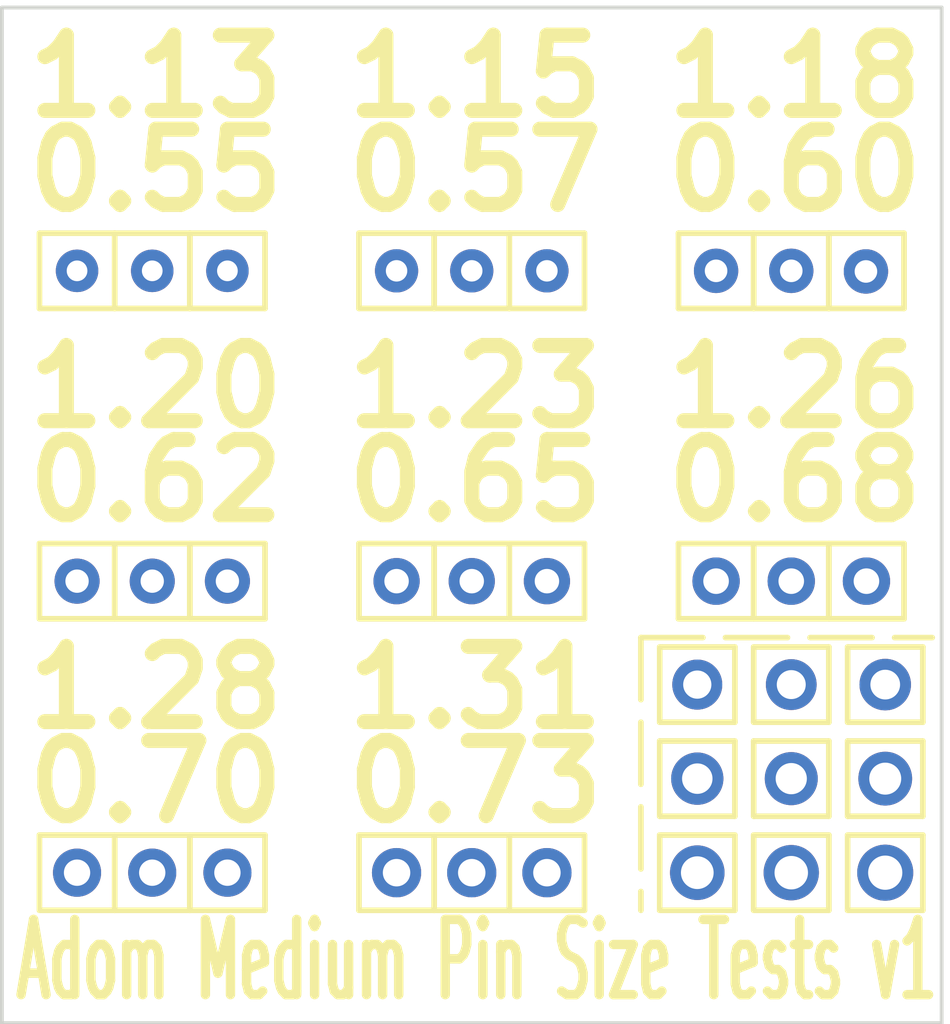
<source format=kicad_pcb>
(kicad_pcb (version 20221018) (generator pcbnew)
  (layers (0 "F.Cu" signal) (31 "B.Cu" signal) (34 "B.Paste" user) (35 "F.Paste" user) (36 "B.SilkS" user "B.Silkscreen") (37 "F.SilkS" user "F.Silkscreen") (38 "B.Mask" user) (39 "F.Mask" user) (44 "Edge.Cuts" user))
  (net 0 "")
  (footprint "" (layer "F.Cu") (at 10.5 -4)
    (fp_text reference "" (at 0 0) (layer "F.SilkS") (effects (font (size 1.27 1.27))))
    (fp_text value "" (at 0 0) (layer "F.SilkS") (effects (font (size 1.27 1.27))))
    (pad "1" thru_hole circle (at 0 0) (size 1.31 1.31) (drill 0.73) (layers "*.Cu" "*.Mask"))
  )
  (footprint "" (layer "F.Cu") (at 4 -4)
    (fp_text reference "" (at 0 0) (layer "F.SilkS") (effects (font (size 1.27 1.27))))
    (fp_text value "" (at 0 0) (layer "F.SilkS") (effects (font (size 1.27 1.27))))
    (pad "1" thru_hole circle (at 0 0) (size 1.28 1.28) (drill 0.7) (layers "*.Cu" "*.Mask"))
  )
  (footprint "" (layer "F.Cu") (at 18.5 -6.5)
    (fp_text reference "" (at 0 0) (layer "F.SilkS") (effects (font (size 1.27 1.27))))
    (fp_text value "" (at 0 0) (layer "F.SilkS") (effects (font (size 1.27 1.27))))
    (pad "1" thru_hole circle (at 0 0) (size 1.39 1.39) (drill 0.81) (layers "*.Cu" "*.Mask"))
  )
  (footprint "" (layer "F.Cu") (at 2 -4)
    (fp_text reference "" (at 0 0) (layer "F.SilkS") (effects (font (size 1.27 1.27))))
    (fp_text value "" (at 0 0) (layer "F.SilkS") (effects (font (size 1.27 1.27))))
    (pad "1" thru_hole circle (at 0 0) (size 1.28 1.28) (drill 0.7) (layers "*.Cu" "*.Mask"))
  )
  (footprint "" (layer "F.Cu") (at 19 -11.75)
    (fp_text reference "" (at 0 0) (layer "F.SilkS") (effects (font (size 1.27 1.27))))
    (fp_text value "" (at 0 0) (layer "F.SilkS") (effects (font (size 1.27 1.27))))
    (pad "1" thru_hole circle (at 0 0) (size 1.26 1.26) (drill 0.68) (layers "*.Cu" "*.Mask"))
  )
  (footprint "" (layer "F.Cu") (at 12.5 -11.75)
    (fp_text reference "" (at 0 0) (layer "F.SilkS") (effects (font (size 1.27 1.27))))
    (fp_text value "" (at 0 0) (layer "F.SilkS") (effects (font (size 1.27 1.27))))
    (pad "1" thru_hole circle (at 0 0) (size 1.23 1.23) (drill 0.65) (layers "*.Cu" "*.Mask"))
  )
  (footprint "" (layer "F.Cu") (at 10.5 -11.75)
    (fp_text reference "" (at 0 0) (layer "F.SilkS") (effects (font (size 1.27 1.27))))
    (fp_text value "" (at 0 0) (layer "F.SilkS") (effects (font (size 1.27 1.27))))
    (pad "1" thru_hole circle (at 0 0) (size 1.23 1.23) (drill 0.65) (layers "*.Cu" "*.Mask"))
  )
  (footprint "" (layer "F.Cu") (at 6 -11.75)
    (fp_text reference "" (at 0 0) (layer "F.SilkS") (effects (font (size 1.27 1.27))))
    (fp_text value "" (at 0 0) (layer "F.SilkS") (effects (font (size 1.27 1.27))))
    (pad "1" thru_hole circle (at 0 0) (size 1.2 1.2) (drill 0.62) (layers "*.Cu" "*.Mask"))
  )
  (footprint "" (layer "F.Cu") (at 4 -11.75)
    (fp_text reference "" (at 0 0) (layer "F.SilkS") (effects (font (size 1.27 1.27))))
    (fp_text value "" (at 0 0) (layer "F.SilkS") (effects (font (size 1.27 1.27))))
    (pad "1" thru_hole circle (at 0 0) (size 1.2 1.2) (drill 0.62) (layers "*.Cu" "*.Mask"))
  )
  (footprint "" (layer "F.Cu") (at 21 -6.5)
    (fp_text reference "" (at 0 0) (layer "F.SilkS") (effects (font (size 1.27 1.27))))
    (fp_text value "" (at 0 0) (layer "F.SilkS") (effects (font (size 1.27 1.27))))
    (pad "1" thru_hole circle (at 0 0) (size 1.41 1.41) (drill 0.83) (layers "*.Cu" "*.Mask"))
  )
  (footprint "" (layer "F.Cu") (at 10.5 -20)
    (fp_text reference "" (at 0 0) (layer "F.SilkS") (effects (font (size 1.27 1.27))))
    (fp_text value "" (at 0 0) (layer "F.SilkS") (effects (font (size 1.27 1.27))))
    (pad "1" thru_hole circle (at 0 0) (size 1.15 1.15) (drill 0.57) (layers "*.Cu" "*.Mask"))
  )
  (footprint "" (layer "F.Cu") (at 14.5 -4)
    (fp_text reference "" (at 0 0) (layer "F.SilkS") (effects (font (size 1.27 1.27))))
    (fp_text value "" (at 0 0) (layer "F.SilkS") (effects (font (size 1.27 1.27))))
    (pad "1" thru_hole circle (at 0 0) (size 1.31 1.31) (drill 0.73) (layers "*.Cu" "*.Mask"))
  )
  (footprint "" (layer "F.Cu") (at 23.5 -6.5)
    (fp_text reference "" (at 0 0) (layer "F.SilkS") (effects (font (size 1.27 1.27))))
    (fp_text value "" (at 0 0) (layer "F.SilkS") (effects (font (size 1.27 1.27))))
    (pad "1" thru_hole circle (at 0 0) (size 1.43 1.43) (drill 0.85) (layers "*.Cu" "*.Mask"))
  )
  (footprint "" (layer "F.Cu") (at 23.5 -4)
    (fp_text reference "" (at 0 0) (layer "F.SilkS") (effects (font (size 1.27 1.27))))
    (fp_text value "" (at 0 0) (layer "F.SilkS") (effects (font (size 1.27 1.27))))
    (pad "1" thru_hole circle (at 0 0) (size 1.49 1.49) (drill 0.91) (layers "*.Cu" "*.Mask"))
  )
  (footprint "" (layer "F.Cu") (at 2 -11.75)
    (fp_text reference "" (at 0 0) (layer "F.SilkS") (effects (font (size 1.27 1.27))))
    (fp_text value "" (at 0 0) (layer "F.SilkS") (effects (font (size 1.27 1.27))))
    (pad "1" thru_hole circle (at 0 0) (size 1.2 1.2) (drill 0.62) (layers "*.Cu" "*.Mask"))
  )
  (footprint "" (layer "F.Cu") (at 18.5 -9)
    (fp_text reference "" (at 0 0) (layer "F.SilkS") (effects (font (size 1.27 1.27))))
    (fp_text value "" (at 0 0) (layer "F.SilkS") (effects (font (size 1.27 1.27))))
    (pad "1" thru_hole circle (at 0 0) (size 1.33 1.33) (drill 0.75) (layers "*.Cu" "*.Mask"))
  )
  (footprint "" (layer "F.Cu") (at 19 -20)
    (fp_text reference "" (at 0 0) (layer "F.SilkS") (effects (font (size 1.27 1.27))))
    (fp_text value "" (at 0 0) (layer "F.SilkS") (effects (font (size 1.27 1.27))))
    (pad "1" thru_hole circle (at 0 0) (size 1.18 1.18) (drill 0.6) (layers "*.Cu" "*.Mask"))
  )
  (footprint "" (layer "F.Cu") (at 12.5 -20)
    (fp_text reference "" (at 0 0) (layer "F.SilkS") (effects (font (size 1.27 1.27))))
    (fp_text value "" (at 0 0) (layer "F.SilkS") (effects (font (size 1.27 1.27))))
    (pad "1" thru_hole circle (at 0 0) (size 1.15 1.15) (drill 0.57) (layers "*.Cu" "*.Mask"))
  )
  (footprint "" (layer "F.Cu") (at 4 -20)
    (fp_text reference "" (at 0 0) (layer "F.SilkS") (effects (font (size 1.27 1.27))))
    (fp_text value "" (at 0 0) (layer "F.SilkS") (effects (font (size 1.27 1.27))))
    (pad "1" thru_hole circle (at 0 0) (size 1.13 1.13) (drill 0.55) (layers "*.Cu" "*.Mask"))
  )
  (footprint "" (layer "F.Cu") (at 6 -4)
    (fp_text reference "" (at 0 0) (layer "F.SilkS") (effects (font (size 1.27 1.27))))
    (fp_text value "" (at 0 0) (layer "F.SilkS") (effects (font (size 1.27 1.27))))
    (pad "1" thru_hole circle (at 0 0) (size 1.28 1.28) (drill 0.7) (layers "*.Cu" "*.Mask"))
  )
  (footprint "" (layer "F.Cu") (at 22.986703 -19.983527)
    (fp_text reference "" (at 0 0) (layer "F.SilkS") (effects (font (size 1.27 1.27))))
    (fp_text value "" (at 0 0) (layer "F.SilkS") (effects (font (size 1.27 1.27))))
    (pad "1" thru_hole circle (at 0 0) (size 1.18 1.18) (drill 0.6) (layers "*.Cu" "*.Mask"))
  )
  (footprint "" (layer "F.Cu") (at 21 -4)
    (fp_text reference "" (at 0 0) (layer "F.SilkS") (effects (font (size 1.27 1.27))))
    (fp_text value "" (at 0 0) (layer "F.SilkS") (effects (font (size 1.27 1.27))))
    (pad "1" thru_hole circle (at 0 0) (size 1.47 1.47) (drill 0.89) (layers "*.Cu" "*.Mask"))
  )
  (footprint "" (layer "F.Cu") (at 23.5 -9)
    (fp_text reference "" (at 0 0) (layer "F.SilkS") (effects (font (size 1.27 1.27))))
    (fp_text value "" (at 0 0) (layer "F.SilkS") (effects (font (size 1.27 1.27))))
    (pad "1" thru_hole circle (at 0 0) (size 1.37 1.37) (drill 0.79) (layers "*.Cu" "*.Mask"))
  )
  (footprint "" (layer "F.Cu") (at 6 -20)
    (fp_text reference "" (at 0 0) (layer "F.SilkS") (effects (font (size 1.27 1.27))))
    (fp_text value "" (at 0 0) (layer "F.SilkS") (effects (font (size 1.27 1.27))))
    (pad "1" thru_hole circle (at 0 0) (size 1.13 1.13) (drill 0.55) (layers "*.Cu" "*.Mask"))
  )
  (footprint "" (layer "F.Cu") (at 12.5 -4)
    (fp_text reference "" (at 0 0) (layer "F.SilkS") (effects (font (size 1.27 1.27))))
    (fp_text value "" (at 0 0) (layer "F.SilkS") (effects (font (size 1.27 1.27))))
    (pad "1" thru_hole circle (at 0 0) (size 1.31 1.31) (drill 0.73) (layers "*.Cu" "*.Mask"))
  )
  (footprint "" (layer "F.Cu") (at 18.5 -4)
    (fp_text reference "" (at 0 0) (layer "F.SilkS") (effects (font (size 1.27 1.27))))
    (fp_text value "" (at 0 0) (layer "F.SilkS") (effects (font (size 1.27 1.27))))
    (pad "1" thru_hole circle (at 0 0) (size 1.45 1.45) (drill 0.87) (layers "*.Cu" "*.Mask"))
  )
  (footprint "" (layer "F.Cu") (at 21 -20)
    (fp_text reference "" (at 0 0) (layer "F.SilkS") (effects (font (size 1.27 1.27))))
    (fp_text value "" (at 0 0) (layer "F.SilkS") (effects (font (size 1.27 1.27))))
    (pad "1" thru_hole circle (at 0 0) (size 1.18 1.18) (drill 0.6) (layers "*.Cu" "*.Mask"))
  )
  (footprint "" (layer "F.Cu") (at 23 -11.75)
    (fp_text reference "" (at 0 0) (layer "F.SilkS") (effects (font (size 1.27 1.27))))
    (fp_text value "" (at 0 0) (layer "F.SilkS") (effects (font (size 1.27 1.27))))
    (pad "1" thru_hole circle (at 0 0) (size 1.26 1.26) (drill 0.68) (layers "*.Cu" "*.Mask"))
  )
  (footprint "" (layer "F.Cu") (at 21 -11.75)
    (fp_text reference "" (at 0 0) (layer "F.SilkS") (effects (font (size 1.27 1.27))))
    (fp_text value "" (at 0 0) (layer "F.SilkS") (effects (font (size 1.27 1.27))))
    (pad "1" thru_hole circle (at 0 0) (size 1.26 1.26) (drill 0.68) (layers "*.Cu" "*.Mask"))
  )
  (footprint "" (layer "F.Cu") (at 14.5 -20)
    (fp_text reference "" (at 0 0) (layer "F.SilkS") (effects (font (size 1.27 1.27))))
    (fp_text value "" (at 0 0) (layer "F.SilkS") (effects (font (size 1.27 1.27))))
    (pad "1" thru_hole circle (at 0 0) (size 1.15 1.15) (drill 0.57) (layers "*.Cu" "*.Mask"))
  )
  (footprint "" (layer "F.Cu") (at 21 -9)
    (fp_text reference "" (at 0 0) (layer "F.SilkS") (effects (font (size 1.27 1.27))))
    (fp_text value "" (at 0 0) (layer "F.SilkS") (effects (font (size 1.27 1.27))))
    (pad "1" thru_hole circle (at 0 0) (size 1.35 1.35) (drill 0.77) (layers "*.Cu" "*.Mask"))
  )
  (footprint "Ray Library 1:ADOM_MEDIUM_PIN" (layer "F.Cu") (at 2 -20)
    (fp_text reference "PIN**" hide)
    (fp_text value "ADOM_MEDIUM_PIN" hide)
    (fp_line (start -1 -1) (end 1 -1) (stroke (width 0.1)) (layer "F.SilkS"))
    (fp_line (start -1 1) (end -1 -1) (stroke (width 0.1)) (layer "F.SilkS"))
    (fp_line (start 1 -1) (end 1 1) (stroke (width 0.1)) (layer "F.SilkS"))
    (fp_line (start 1 1) (end -1 1) (stroke (width 0.1)) (layer "F.SilkS"))
    (pad "1" thru_hole circle (at 0 0) (size 1.13 1.13) (drill 0.55) (layers "*.Cu" "*.Mask"))
  )
  (footprint "" (layer "F.Cu") (at 14.5 -11.75)
    (fp_text reference "" (at 0 0) (layer "F.SilkS") (effects (font (size 1.27 1.27))))
    (fp_text value "" (at 0 0) (layer "F.SilkS") (effects (font (size 1.27 1.27))))
    (pad "1" thru_hole circle (at 0 0) (size 1.23 1.23) (drill 0.65) (layers "*.Cu" "*.Mask"))
  )
  (gr_line (start 11.5 -21) (end 13.5 -21) (stroke (width 0.15)) (layer "F.SilkS"))
  (gr_line (start 9.5 -3) (end 9.5 -5) (stroke (width 0.15)) (layer "F.SilkS"))
  (gr_line (start 5 -12.75) (end 5 -10.75) (stroke (width 0.15)) (layer "F.SilkS"))
  (gr_line (start 1 -19) (end 1 -21) (stroke (width 0.15)) (layer "F.SilkS"))
  (gr_line (start 7 -3) (end 5 -3) (stroke (width 0.15)) (layer "F.SilkS"))
  (gr_line (start 5 -19) (end 5 -21) (stroke (width 0.15)) (layer "F.SilkS"))
  (gr_line (start 9.5 -5) (end 11.5 -5) (stroke (width 0.15)) (layer "F.SilkS"))
  (gr_line (start 7 -12.75) (end 7 -10.75) (stroke (width 0.15)) (layer "F.SilkS"))
  (gr_line (start 11.5 -12.75) (end 13.5 -12.75) (stroke (width 0.15)) (layer "F.SilkS"))
  (gr_line (start 5 -10.75) (end 3 -10.75) (stroke (width 0.15)) (layer "F.SilkS"))
  (gr_line (start 9.5 -10.75) (end 9.5 -12.75) (stroke (width 0.15)) (layer "F.SilkS"))
  (gr_line (start 20 -10) (end 22 -10) (stroke (width 0.15)) (layer "F.SilkS"))
  (gr_line (start 19.5 -10) (end 19.5 -8) (stroke (width 0.15)) (layer "F.SilkS"))
  (gr_line (start 15.5 -10.75) (end 13.5 -10.75) (stroke (width 0.15)) (layer "F.SilkS"))
  (gr_line (start 5 -21) (end 5 -19) (stroke (width 0.15)) (layer "F.SilkS"))
  (gr_line (start 3 -5) (end 3 -3) (stroke (width 0.15)) (layer "F.SilkS"))
  (gr_line (start 20 -19) (end 18 -19) (stroke (width 0.15)) (layer "F.SilkS"))
  (gr_line (start 13.5 -12.75) (end 15.5 -12.75) (stroke (width 0.15)) (layer "F.SilkS"))
  (gr_line (start 11.5 -3) (end 11.5 -5) (stroke (width 0.15)) (layer "F.SilkS"))
  (gr_line (start 13.5 -3) (end 13.5 -5) (stroke (width 0.15)) (layer "F.SilkS"))
  (gr_line (start 24.5 -5.5) (end 22.5 -5.5) (stroke (width 0.15)) (layer "F.SilkS"))
  (gr_line (start 24.5 -8) (end 22.5 -8) (stroke (width 0.15)) (layer "F.SilkS"))
  (gr_line (start 11.5 -10.75) (end 9.5 -10.75) (stroke (width 0.15)) (layer "F.SilkS"))
  (gr_line (start 7 -10.75) (end 5 -10.75) (stroke (width 0.15)) (layer "F.SilkS"))
  (gr_line (start 3 -12.75) (end 5 -12.75) (stroke (width 0.15)) (layer "F.SilkS"))
  (gr_line (start 20 -5.5) (end 20 -7.5) (stroke (width 0.15)) (layer "F.SilkS"))
  (gr_line (start 9.5 -21) (end 11.5 -21) (stroke (width 0.15)) (layer "F.SilkS"))
  (gr_line (start 11.5 -12.75) (end 11.5 -10.75) (stroke (width 0.15)) (layer "F.SilkS"))
  (gr_line (start 24 -12.75) (end 24 -10.75) (stroke (width 0.15)) (layer "F.SilkS"))
  (gr_line (start 13.5 -21) (end 15.5 -21) (stroke (width 0.15)) (layer "F.SilkS"))
  (gr_line (start 18 -10.75) (end 18 -12.75) (stroke (width 0.15)) (layer "F.SilkS"))
  (gr_line (start 5 -3) (end 5 -5) (stroke (width 0.15)) (layer "F.SilkS"))
  (gr_line (start 3 -21) (end 3 -19) (stroke (width 0.15)) (layer "F.SilkS"))
  (gr_line (start 11.5 -19) (end 9.5 -19) (stroke (width 0.15)) (layer "F.SilkS"))
  (gr_line (start 3 -3) (end 1 -3) (stroke (width 0.15)) (layer "F.SilkS"))
  (gr_line (start 15.5 -21) (end 15.5 -19) (stroke (width 0.15)) (layer "F.SilkS"))
  (gr_line (start 22 -19) (end 20 -19) (stroke (width 0.15)) (layer "F.SilkS"))
  (gr_line (start 5 -21) (end 7 -21) (stroke (width 0.15)) (layer "F.SilkS"))
  (gr_line (start 11.5 -19) (end 11.5 -21) (stroke (width 0.15)) (layer "F.SilkS"))
  (gr_line (start 13.5 -10.75) (end 11.5 -10.75) (stroke (width 0.15)) (layer "F.SilkS"))
  (gr_line (start 19.5 -3) (end 17.5 -3) (stroke (width 0.15)) (layer "F.SilkS"))
  (gr_line (start 20 -10.75) (end 18 -10.75) (stroke (width 0.15)) (layer "F.SilkS"))
  (gr_line (start 5 -3) (end 3 -3) (stroke (width 0.15)) (layer "F.SilkS"))
  (gr_line (start 1 -12.75) (end 3 -12.75) (stroke (width 0.15)) (layer "F.SilkS"))
  (gr_line (start 13.5 -21) (end 13.5 -19) (stroke (width 0.15)) (layer "F.SilkS"))
  (gr_line (start 22 -10) (end 22 -8) (stroke (width 0.15)) (layer "F.SilkS"))
  (gr_line (start 19.5 -8) (end 17.5 -8) (stroke (width 0.15)) (layer "F.SilkS"))
  (gr_line (start 11.5 -21) (end 11.5 -19) (stroke (width 0.15)) (layer "F.SilkS"))
  (gr_line (start 22.5 -8) (end 22.5 -10) (stroke (width 0.15)) (layer "F.SilkS"))
  (gr_line (start 22 -12.75) (end 24 -12.75) (stroke (width 0.15)) (layer "F.SilkS"))
  (gr_line (start 17.5 -8) (end 17.5 -10) (stroke (width 0.15)) (layer "F.SilkS"))
  (gr_line (start 3 -21) (end 5 -21) (stroke (width 0.15)) (layer "F.SilkS"))
  (gr_line (start 3 -19) (end 3 -21) (stroke (width 0.15)) (layer "F.SilkS"))
  (gr_line (start 20 -21) (end 22 -21) (stroke (width 0.15)) (layer "F.SilkS"))
  (gr_line (start 9.5 -12.75) (end 11.5 -12.75) (stroke (width 0.15)) (layer "F.SilkS"))
  (gr_line (start 5 -5) (end 5 -3) (stroke (width 0.15)) (layer "F.SilkS"))
  (gr_line (start 20 -3) (end 20 -5) (stroke (width 0.15)) (layer "F.SilkS"))
  (gr_line (start 22 -8) (end 20 -8) (stroke (width 0.15)) (layer "F.SilkS"))
  (gr_line (start 24.5 -3) (end 22.5 -3) (stroke (width 0.15)) (layer "F.SilkS"))
  (gr_line (start 13.5 -3) (end 11.5 -3) (stroke (width 0.15)) (layer "F.SilkS"))
  (gr_line (start 22 -10.75) (end 20 -10.75) (stroke (width 0.15)) (layer "F.SilkS"))
  (gr_line (start 7 -19) (end 5 -19) (stroke (width 0.15)) (layer "F.SilkS"))
  (gr_line (start 20 -8) (end 20 -10) (stroke (width 0.15)) (layer "F.SilkS"))
  (gr_line (start 15.5 -5) (end 15.5 -3) (stroke (width 0.15)) (layer "F.SilkS"))
  (gr_line (start 13.5 -5) (end 15.5 -5) (stroke (width 0.15)) (layer "F.SilkS"))
  (gr_line (start 24.5 -5) (end 24.5 -3) (stroke (width 0.15)) (layer "F.SilkS"))
  (gr_line (start 3 -19) (end 1 -19) (stroke (width 0.15)) (layer "F.SilkS"))
  (gr_line (start 22 -12.75) (end 22 -10.75) (stroke (width 0.15)) (layer "F.SilkS"))
  (gr_line (start 18 -12.75) (end 20 -12.75) (stroke (width 0.15)) (layer "F.SilkS"))
  (gr_line (start 20 -12.75) (end 20 -10.75) (stroke (width 0.15)) (layer "F.SilkS"))
  (gr_line (start 19.5 -5.5) (end 17.5 -5.5) (stroke (width 0.15)) (layer "F.SilkS"))
  (gr_line (start 5 -19) (end 3 -19) (stroke (width 0.15)) (layer "F.SilkS"))
  (gr_line (start 11.5 -5) (end 11.5 -3) (stroke (width 0.15)) (layer "F.SilkS"))
  (gr_line (start 17.5 -7.5) (end 19.5 -7.5) (stroke (width 0.15)) (layer "F.SilkS"))
  (gr_line (start 5 -5) (end 7 -5) (stroke (width 0.15)) (layer "F.SilkS"))
  (gr_line (start 19.5 -7.5) (end 19.5 -5.5) (stroke (width 0.15)) (layer "F.SilkS"))
  (gr_line (start 22.5 -10) (end 24.5 -10) (stroke (width 0.15)) (layer "F.SilkS"))
  (gr_line (start 22 -19) (end 22 -21) (stroke (width 0.15)) (layer "F.SilkS"))
  (gr_line (start 7 -5) (end 7 -3) (stroke (width 0.15)) (layer "F.SilkS"))
  (gr_line (start 24 -10.75) (end 22 -10.75) (stroke (width 0.15)) (layer "F.SilkS"))
  (gr_line (start 22.5 -5) (end 24.5 -5) (stroke (width 0.15)) (layer "F.SilkS"))
  (gr_line (start 22.5 -3) (end 22.5 -5) (stroke (width 0.15)) (layer "F.SilkS"))
  (gr_line (start 20 -21) (end 20 -19) (stroke (width 0.15)) (layer "F.SilkS"))
  (gr_line (start 24 -19) (end 22 -19) (stroke (width 0.15)) (layer "F.SilkS"))
  (gr_line (start 24 -21) (end 24 -19) (stroke (width 0.15)) (layer "F.SilkS"))
  (gr_line (start 13.5 -19) (end 13.5 -21) (stroke (width 0.15)) (layer "F.SilkS"))
  (gr_line (start 22.5 -5.5) (end 22.5 -7.5) (stroke (width 0.15)) (layer "F.SilkS"))
  (gr_line (start 3 -5) (end 5 -5) (stroke (width 0.15)) (layer "F.SilkS"))
  (gr_line (start 20 -7.5) (end 22 -7.5) (stroke (width 0.15)) (layer "F.SilkS"))
  (gr_line (start 22.5 -7.5) (end 24.5 -7.5) (stroke (width 0.15)) (layer "F.SilkS"))
  (gr_line (start 3 -3) (end 3 -5) (stroke (width 0.15)) (layer "F.SilkS"))
  (gr_line (start 3 -12.75) (end 3 -10.75) (stroke (width 0.15)) (layer "F.SilkS"))
  (gr_line (start 15.5 -19) (end 13.5 -19) (stroke (width 0.15)) (layer "F.SilkS"))
  (gr_line (start 18 -19) (end 18 -21) (stroke (width 0.15)) (layer "F.SilkS"))
  (gr_line (start 13.5 -5) (end 13.5 -3) (stroke (width 0.15)) (layer "F.SilkS"))
  (gr_line (start 17.5 -10) (end 19.5 -10) (stroke (width 0.15)) (layer "F.SilkS"))
  (gr_line (start 20 -12.75) (end 22 -12.75) (stroke (width 0.15)) (layer "F.SilkS"))
  (gr_line (start 11.5 -3) (end 9.5 -3) (stroke (width 0.15)) (layer "F.SilkS"))
  (gr_line (start 22 -7.5) (end 22 -5.5) (stroke (width 0.15)) (layer "F.SilkS"))
  (gr_line (start 3 -10.75) (end 1 -10.75) (stroke (width 0.15)) (layer "F.SilkS"))
  (gr_line (start 7 -21) (end 7 -19) (stroke (width 0.15)) (layer "F.SilkS"))
  (gr_line (start 20 -19) (end 20 -21) (stroke (width 0.15)) (layer "F.SilkS"))
  (gr_line (start 22 -21) (end 22 -19) (stroke (width 0.15)) (layer "F.SilkS"))
  (gr_line (start 5 -10.75) (end 5 -12.75) (stroke (width 0.15)) (layer "F.SilkS"))
  (gr_line (start 13.5 -19) (end 11.5 -19) (stroke (width 0.15)) (layer "F.SilkS"))
  (gr_line (start 24.5 -10) (end 24.5 -8) (stroke (width 0.15)) (layer "F.SilkS"))
  (gr_line (start 22 -5) (end 22 -3) (stroke (width 0.15)) (layer "F.SilkS"))
  (gr_line (start 15.5 -12.75) (end 15.5 -10.75) (stroke (width 0.15)) (layer "F.SilkS"))
  (gr_line (start 15.5 -3) (end 13.5 -3) (stroke (width 0.15)) (layer "F.SilkS"))
  (gr_line (start 13.5 -10.75) (end 13.5 -12.75) (stroke (width 0.15)) (layer "F.SilkS"))
  (gr_line (start 17.5 -5.5) (end 17.5 -7.5) (stroke (width 0.15)) (layer "F.SilkS"))
  (gr_line (start 24.5 -7.5) (end 24.5 -5.5) (stroke (width 0.15)) (layer "F.SilkS"))
  (gr_line (start 19.5 -5) (end 19.5 -3) (stroke (width 0.15)) (layer "F.SilkS"))
  (gr_line (start 17 -10.25) (end 24.75 -10.25) (stroke (width 0.15) (type dash)) (layer "F.SilkS"))
  (gr_line (start 1 -10.75) (end 1 -12.75) (stroke (width 0.15)) (layer "F.SilkS"))
  (gr_line (start 20 -10.75) (end 20 -12.75) (stroke (width 0.15)) (layer "F.SilkS"))
  (gr_line (start 18 -21) (end 20 -21) (stroke (width 0.15)) (layer "F.SilkS"))
  (gr_line (start 17.5 -3) (end 17.5 -5) (stroke (width 0.15)) (layer "F.SilkS"))
  (gr_line (start 11.5 -5) (end 13.5 -5) (stroke (width 0.15)) (layer "F.SilkS"))
  (gr_line (start 1 -21) (end 3 -21) (stroke (width 0.15)) (layer "F.SilkS"))
  (gr_line (start 22 -21) (end 24 -21) (stroke (width 0.15)) (layer "F.SilkS"))
  (gr_line (start 9.5 -19) (end 9.5 -21) (stroke (width 0.15)) (layer "F.SilkS"))
  (gr_line (start 22 -10.75) (end 22 -12.75) (stroke (width 0.15)) (layer "F.SilkS"))
  (gr_line (start 1 -5) (end 3 -5) (stroke (width 0.15)) (layer "F.SilkS"))
  (gr_line (start 22 -5.5) (end 20 -5.5) (stroke (width 0.15)) (layer "F.SilkS"))
  (gr_line (start 22 -3) (end 20 -3) (stroke (width 0.15)) (layer "F.SilkS"))
  (gr_line (start 17 -10.25) (end 17 -3) (stroke (width 0.15) (type dash)) (layer "F.SilkS"))
  (gr_line (start 11.5 -10.75) (end 11.5 -12.75) (stroke (width 0.15)) (layer "F.SilkS"))
  (gr_line (start 13.5 -12.75) (end 13.5 -10.75) (stroke (width 0.15)) (layer "F.SilkS"))
  (gr_line (start 1 -3) (end 1 -5) (stroke (width 0.15)) (layer "F.SilkS"))
  (gr_line (start 5 -12.75) (end 7 -12.75) (stroke (width 0.15)) (layer "F.SilkS"))
  (gr_line (start 20 -5) (end 22 -5) (stroke (width 0.15)) (layer "F.SilkS"))
  (gr_line (start 17.5 -5) (end 19.5 -5) (stroke (width 0.15)) (layer "F.SilkS"))
  (gr_line (start 3 -10.75) (end 3 -12.75) (stroke (width 0.15)) (layer "F.SilkS"))
  (gr_line (start 0 0) (end 25 0) (stroke (width 0.1)) (layer "Edge.Cuts"))
  (gr_line (start 0 -27) (end 0 0) (stroke (width 0.1)) (layer "Edge.Cuts"))
  (gr_line (start 25 0) (end 25 -27) (stroke (width 0.1)) (layer "Edge.Cuts"))
  (gr_line (start 25 -27) (end 0 -27) (stroke (width 0.1)) (layer "Edge.Cuts"))
  (gr_text "0.68" (at 17.5 -13.25) (layer "F.SilkS") (effects (font (size 2 2) (thickness 0.4) bold) (justify left bottom)))
  (gr_text "1.28" (at 0.5 -7.75) (layer "F.SilkS") (effects (font (size 2 2) (thickness 0.4) bold) (justify left bottom)))
  (gr_text "1.13" (at 0.5 -24) (layer "F.SilkS") (effects (font (size 2 2) (thickness 0.4) bold) (justify left bottom)))
  (gr_text "1.20" (at 0.5 -15.75) (layer "F.SilkS") (effects (font (size 2 2) (thickness 0.4) bold) (justify left bottom)))
  (gr_text "1.31" (at 9 -7.75) (layer "F.SilkS") (effects (font (size 2 2) (thickness 0.4) bold) (justify left bottom)))
  (gr_text "0.73" (at 9 -5.25) (layer "F.SilkS") (effects (font (size 2 2) (thickness 0.4) bold) (justify left bottom)))
  (gr_text "1.18" (at 17.5 -24) (layer "F.SilkS") (effects (font (size 2 2) (thickness 0.4) bold) (justify left bottom)))
  (gr_text "0.70" (at 0.5 -5.25) (layer "F.SilkS") (effects (font (size 2 2) (thickness 0.4) bold) (justify left bottom)))
  (gr_text "0.57" (at 9 -21.5) (layer "F.SilkS") (effects (font (size 2 2) (thickness 0.4) bold) (justify left bottom)))
  (gr_text "1.15" (at 9 -24) (layer "F.SilkS") (effects (font (size 2 2) (thickness 0.4) bold) (justify left bottom)))
  (gr_text "1.26" (at 17.5 -15.75) (layer "F.SilkS") (effects (font (size 2 2) (thickness 0.4) bold) (justify left bottom)))
  (gr_text "0.65" (at 9 -13.25) (layer "F.SilkS") (effects (font (size 2 2) (thickness 0.4) bold) (justify left bottom)))
  (gr_text "1.23" (at 9 -15.75) (layer "F.SilkS") (effects (font (size 2 2) (thickness 0.4) bold) (justify left bottom)))
  (gr_text "0.60" (at 17.5 -21.5) (layer "F.SilkS") (effects (font (size 2 2) (thickness 0.4) bold) (justify left bottom)))
  (gr_text "Adom Medium Pin Size Tests v1" (at 0.25 -0.5) (layer "F.SilkS") (effects (font (size 2 1) (thickness 0.25) bold) (justify left bottom)))
  (gr_text "0.55" (at 0.5 -21.5) (layer "F.SilkS") (effects (font (size 2 2) (thickness 0.4) bold) (justify left bottom)))
  (gr_text "0.62" (at 0.5 -13.25) (layer "F.SilkS") (effects (font (size 2 2) (thickness 0.4) bold) (justify left bottom)))
)
</source>
